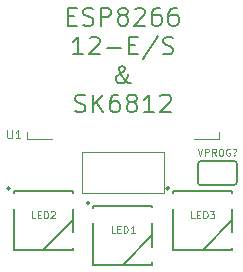
<source format=gto>
G04 #@! TF.FileFunction,Legend,Top*
%FSLAX46Y46*%
G04 Gerber Fmt 4.6, Leading zero omitted, Abs format (unit mm)*
G04 Created by KiCad (PCBNEW 4.0.7-e2-6376~58~ubuntu17.04.1) date Tue Dec 26 12:58:55 2017*
%MOMM*%
%LPD*%
G01*
G04 APERTURE LIST*
%ADD10C,0.100000*%
%ADD11C,0.200000*%
%ADD12C,0.150000*%
%ADD13C,0.152400*%
%ADD14C,0.120000*%
G04 APERTURE END LIST*
D10*
D11*
X151607144Y-111217857D02*
X152107144Y-111217857D01*
X152321430Y-112003571D02*
X151607144Y-112003571D01*
X151607144Y-110503571D01*
X152321430Y-110503571D01*
X152892858Y-111932143D02*
X153107144Y-112003571D01*
X153464287Y-112003571D01*
X153607144Y-111932143D01*
X153678573Y-111860714D01*
X153750001Y-111717857D01*
X153750001Y-111575000D01*
X153678573Y-111432143D01*
X153607144Y-111360714D01*
X153464287Y-111289286D01*
X153178573Y-111217857D01*
X153035715Y-111146429D01*
X152964287Y-111075000D01*
X152892858Y-110932143D01*
X152892858Y-110789286D01*
X152964287Y-110646429D01*
X153035715Y-110575000D01*
X153178573Y-110503571D01*
X153535715Y-110503571D01*
X153750001Y-110575000D01*
X154392858Y-112003571D02*
X154392858Y-110503571D01*
X154964286Y-110503571D01*
X155107144Y-110575000D01*
X155178572Y-110646429D01*
X155250001Y-110789286D01*
X155250001Y-111003571D01*
X155178572Y-111146429D01*
X155107144Y-111217857D01*
X154964286Y-111289286D01*
X154392858Y-111289286D01*
X156107144Y-111146429D02*
X155964286Y-111075000D01*
X155892858Y-111003571D01*
X155821429Y-110860714D01*
X155821429Y-110789286D01*
X155892858Y-110646429D01*
X155964286Y-110575000D01*
X156107144Y-110503571D01*
X156392858Y-110503571D01*
X156535715Y-110575000D01*
X156607144Y-110646429D01*
X156678572Y-110789286D01*
X156678572Y-110860714D01*
X156607144Y-111003571D01*
X156535715Y-111075000D01*
X156392858Y-111146429D01*
X156107144Y-111146429D01*
X155964286Y-111217857D01*
X155892858Y-111289286D01*
X155821429Y-111432143D01*
X155821429Y-111717857D01*
X155892858Y-111860714D01*
X155964286Y-111932143D01*
X156107144Y-112003571D01*
X156392858Y-112003571D01*
X156535715Y-111932143D01*
X156607144Y-111860714D01*
X156678572Y-111717857D01*
X156678572Y-111432143D01*
X156607144Y-111289286D01*
X156535715Y-111217857D01*
X156392858Y-111146429D01*
X157250000Y-110646429D02*
X157321429Y-110575000D01*
X157464286Y-110503571D01*
X157821429Y-110503571D01*
X157964286Y-110575000D01*
X158035715Y-110646429D01*
X158107143Y-110789286D01*
X158107143Y-110932143D01*
X158035715Y-111146429D01*
X157178572Y-112003571D01*
X158107143Y-112003571D01*
X159392857Y-110503571D02*
X159107143Y-110503571D01*
X158964286Y-110575000D01*
X158892857Y-110646429D01*
X158750000Y-110860714D01*
X158678571Y-111146429D01*
X158678571Y-111717857D01*
X158750000Y-111860714D01*
X158821428Y-111932143D01*
X158964286Y-112003571D01*
X159250000Y-112003571D01*
X159392857Y-111932143D01*
X159464286Y-111860714D01*
X159535714Y-111717857D01*
X159535714Y-111360714D01*
X159464286Y-111217857D01*
X159392857Y-111146429D01*
X159250000Y-111075000D01*
X158964286Y-111075000D01*
X158821428Y-111146429D01*
X158750000Y-111217857D01*
X158678571Y-111360714D01*
X160821428Y-110503571D02*
X160535714Y-110503571D01*
X160392857Y-110575000D01*
X160321428Y-110646429D01*
X160178571Y-110860714D01*
X160107142Y-111146429D01*
X160107142Y-111717857D01*
X160178571Y-111860714D01*
X160249999Y-111932143D01*
X160392857Y-112003571D01*
X160678571Y-112003571D01*
X160821428Y-111932143D01*
X160892857Y-111860714D01*
X160964285Y-111717857D01*
X160964285Y-111360714D01*
X160892857Y-111217857D01*
X160821428Y-111146429D01*
X160678571Y-111075000D01*
X160392857Y-111075000D01*
X160249999Y-111146429D01*
X160178571Y-111217857D01*
X160107142Y-111360714D01*
X152857143Y-114453571D02*
X152000000Y-114453571D01*
X152428572Y-114453571D02*
X152428572Y-112953571D01*
X152285715Y-113167857D01*
X152142857Y-113310714D01*
X152000000Y-113382143D01*
X153428571Y-113096429D02*
X153500000Y-113025000D01*
X153642857Y-112953571D01*
X154000000Y-112953571D01*
X154142857Y-113025000D01*
X154214286Y-113096429D01*
X154285714Y-113239286D01*
X154285714Y-113382143D01*
X154214286Y-113596429D01*
X153357143Y-114453571D01*
X154285714Y-114453571D01*
X154928571Y-113882143D02*
X156071428Y-113882143D01*
X156785714Y-113667857D02*
X157285714Y-113667857D01*
X157500000Y-114453571D02*
X156785714Y-114453571D01*
X156785714Y-112953571D01*
X157500000Y-112953571D01*
X159214285Y-112882143D02*
X157928571Y-114810714D01*
X159642857Y-114382143D02*
X159857143Y-114453571D01*
X160214286Y-114453571D01*
X160357143Y-114382143D01*
X160428572Y-114310714D01*
X160500000Y-114167857D01*
X160500000Y-114025000D01*
X160428572Y-113882143D01*
X160357143Y-113810714D01*
X160214286Y-113739286D01*
X159928572Y-113667857D01*
X159785714Y-113596429D01*
X159714286Y-113525000D01*
X159642857Y-113382143D01*
X159642857Y-113239286D01*
X159714286Y-113096429D01*
X159785714Y-113025000D01*
X159928572Y-112953571D01*
X160285714Y-112953571D01*
X160500000Y-113025000D01*
X156892858Y-116903571D02*
X156821429Y-116903571D01*
X156678572Y-116832143D01*
X156464286Y-116617857D01*
X156107143Y-116189286D01*
X155964286Y-115975000D01*
X155892858Y-115760714D01*
X155892858Y-115617857D01*
X155964286Y-115475000D01*
X156107143Y-115403571D01*
X156178572Y-115403571D01*
X156321429Y-115475000D01*
X156392858Y-115617857D01*
X156392858Y-115689286D01*
X156321429Y-115832143D01*
X156250000Y-115903571D01*
X155821429Y-116189286D01*
X155750000Y-116260714D01*
X155678572Y-116403571D01*
X155678572Y-116617857D01*
X155750000Y-116760714D01*
X155821429Y-116832143D01*
X155964286Y-116903571D01*
X156178572Y-116903571D01*
X156321429Y-116832143D01*
X156392858Y-116760714D01*
X156607143Y-116475000D01*
X156678572Y-116260714D01*
X156678572Y-116117857D01*
X152214287Y-119282143D02*
X152428573Y-119353571D01*
X152785716Y-119353571D01*
X152928573Y-119282143D01*
X153000002Y-119210714D01*
X153071430Y-119067857D01*
X153071430Y-118925000D01*
X153000002Y-118782143D01*
X152928573Y-118710714D01*
X152785716Y-118639286D01*
X152500002Y-118567857D01*
X152357144Y-118496429D01*
X152285716Y-118425000D01*
X152214287Y-118282143D01*
X152214287Y-118139286D01*
X152285716Y-117996429D01*
X152357144Y-117925000D01*
X152500002Y-117853571D01*
X152857144Y-117853571D01*
X153071430Y-117925000D01*
X153714287Y-119353571D02*
X153714287Y-117853571D01*
X154571430Y-119353571D02*
X153928573Y-118496429D01*
X154571430Y-117853571D02*
X153714287Y-118710714D01*
X155857144Y-117853571D02*
X155571430Y-117853571D01*
X155428573Y-117925000D01*
X155357144Y-117996429D01*
X155214287Y-118210714D01*
X155142858Y-118496429D01*
X155142858Y-119067857D01*
X155214287Y-119210714D01*
X155285715Y-119282143D01*
X155428573Y-119353571D01*
X155714287Y-119353571D01*
X155857144Y-119282143D01*
X155928573Y-119210714D01*
X156000001Y-119067857D01*
X156000001Y-118710714D01*
X155928573Y-118567857D01*
X155857144Y-118496429D01*
X155714287Y-118425000D01*
X155428573Y-118425000D01*
X155285715Y-118496429D01*
X155214287Y-118567857D01*
X155142858Y-118710714D01*
X156857144Y-118496429D02*
X156714286Y-118425000D01*
X156642858Y-118353571D01*
X156571429Y-118210714D01*
X156571429Y-118139286D01*
X156642858Y-117996429D01*
X156714286Y-117925000D01*
X156857144Y-117853571D01*
X157142858Y-117853571D01*
X157285715Y-117925000D01*
X157357144Y-117996429D01*
X157428572Y-118139286D01*
X157428572Y-118210714D01*
X157357144Y-118353571D01*
X157285715Y-118425000D01*
X157142858Y-118496429D01*
X156857144Y-118496429D01*
X156714286Y-118567857D01*
X156642858Y-118639286D01*
X156571429Y-118782143D01*
X156571429Y-119067857D01*
X156642858Y-119210714D01*
X156714286Y-119282143D01*
X156857144Y-119353571D01*
X157142858Y-119353571D01*
X157285715Y-119282143D01*
X157357144Y-119210714D01*
X157428572Y-119067857D01*
X157428572Y-118782143D01*
X157357144Y-118639286D01*
X157285715Y-118567857D01*
X157142858Y-118496429D01*
X158857143Y-119353571D02*
X158000000Y-119353571D01*
X158428572Y-119353571D02*
X158428572Y-117853571D01*
X158285715Y-118067857D01*
X158142857Y-118210714D01*
X158000000Y-118282143D01*
X159428571Y-117996429D02*
X159500000Y-117925000D01*
X159642857Y-117853571D01*
X160000000Y-117853571D01*
X160142857Y-117925000D01*
X160214286Y-117996429D01*
X160285714Y-118139286D01*
X160285714Y-118282143D01*
X160214286Y-118496429D01*
X159357143Y-119353571D01*
X160285714Y-119353571D01*
D10*
X162578572Y-122421429D02*
X162778572Y-123021429D01*
X162978572Y-122421429D01*
X163178572Y-123021429D02*
X163178572Y-122421429D01*
X163407144Y-122421429D01*
X163464286Y-122450000D01*
X163492858Y-122478571D01*
X163521429Y-122535714D01*
X163521429Y-122621429D01*
X163492858Y-122678571D01*
X163464286Y-122707143D01*
X163407144Y-122735714D01*
X163178572Y-122735714D01*
X164121429Y-123021429D02*
X163921429Y-122735714D01*
X163778572Y-123021429D02*
X163778572Y-122421429D01*
X164007144Y-122421429D01*
X164064286Y-122450000D01*
X164092858Y-122478571D01*
X164121429Y-122535714D01*
X164121429Y-122621429D01*
X164092858Y-122678571D01*
X164064286Y-122707143D01*
X164007144Y-122735714D01*
X163778572Y-122735714D01*
X164492858Y-122421429D02*
X164607144Y-122421429D01*
X164664286Y-122450000D01*
X164721429Y-122507143D01*
X164750001Y-122621429D01*
X164750001Y-122821429D01*
X164721429Y-122935714D01*
X164664286Y-122992857D01*
X164607144Y-123021429D01*
X164492858Y-123021429D01*
X164435715Y-122992857D01*
X164378572Y-122935714D01*
X164350001Y-122821429D01*
X164350001Y-122621429D01*
X164378572Y-122507143D01*
X164435715Y-122450000D01*
X164492858Y-122421429D01*
X165321429Y-122450000D02*
X165264286Y-122421429D01*
X165178572Y-122421429D01*
X165092857Y-122450000D01*
X165035715Y-122507143D01*
X165007143Y-122564286D01*
X164978572Y-122678571D01*
X164978572Y-122764286D01*
X165007143Y-122878571D01*
X165035715Y-122935714D01*
X165092857Y-122992857D01*
X165178572Y-123021429D01*
X165235715Y-123021429D01*
X165321429Y-122992857D01*
X165350000Y-122964286D01*
X165350000Y-122764286D01*
X165235715Y-122764286D01*
X165692857Y-122964286D02*
X165721429Y-122992857D01*
X165692857Y-123021429D01*
X165664286Y-122992857D01*
X165692857Y-122964286D01*
X165692857Y-123021429D01*
X165578572Y-122450000D02*
X165635715Y-122421429D01*
X165778572Y-122421429D01*
X165835715Y-122450000D01*
X165864286Y-122507143D01*
X165864286Y-122564286D01*
X165835715Y-122621429D01*
X165807143Y-122650000D01*
X165750000Y-122678571D01*
X165721429Y-122707143D01*
X165692857Y-122764286D01*
X165692857Y-122792857D01*
D12*
X149500000Y-131000000D02*
X152000000Y-128500000D01*
X147000000Y-126000000D02*
X147000000Y-126200000D01*
X148550000Y-126000000D02*
X147000000Y-126000000D01*
X147000000Y-128200000D02*
X147000000Y-127500000D01*
X152000000Y-126000000D02*
X148500000Y-126000000D01*
X147000000Y-128200000D02*
X147000000Y-130800000D01*
X146691421Y-125800000D02*
G75*
G03X146691421Y-125800000I-141421J0D01*
G01*
X152000000Y-127500000D02*
X152000000Y-129500000D01*
X152000000Y-130800000D02*
X152000000Y-131000000D01*
X152000000Y-131000000D02*
X147000000Y-131000000D01*
X147000000Y-131000000D02*
X147000000Y-130800000D01*
X152000000Y-126000000D02*
X152000000Y-126150000D01*
D13*
X165647000Y-125516000D02*
X162853000Y-125516000D01*
X165901000Y-123738000D02*
G75*
G03X165647000Y-123484000I-254000J0D01*
G01*
X162853000Y-123484000D02*
G75*
G03X162599000Y-123738000I0J-254000D01*
G01*
X162853000Y-125516000D02*
G75*
G02X162599000Y-125262000I0J254000D01*
G01*
X165901000Y-125262000D02*
G75*
G02X165647000Y-125516000I-254000J0D01*
G01*
X165901000Y-125262000D02*
X165901000Y-123738000D01*
X162599000Y-125262000D02*
X162599000Y-123738000D01*
X162853000Y-123484000D02*
X165647000Y-123484000D01*
D12*
X156250000Y-132250000D02*
X158750000Y-129750000D01*
X153750000Y-127250000D02*
X153750000Y-127450000D01*
X155300000Y-127250000D02*
X153750000Y-127250000D01*
X153750000Y-129450000D02*
X153750000Y-128750000D01*
X158750000Y-127250000D02*
X155250000Y-127250000D01*
X153750000Y-129450000D02*
X153750000Y-132050000D01*
X153441421Y-127050000D02*
G75*
G03X153441421Y-127050000I-141421J0D01*
G01*
X158750000Y-128750000D02*
X158750000Y-130750000D01*
X158750000Y-132050000D02*
X158750000Y-132250000D01*
X158750000Y-132250000D02*
X153750000Y-132250000D01*
X153750000Y-132250000D02*
X153750000Y-132050000D01*
X158750000Y-127250000D02*
X158750000Y-127400000D01*
X163000000Y-131000000D02*
X165500000Y-128500000D01*
X160500000Y-126000000D02*
X160500000Y-126200000D01*
X162050000Y-126000000D02*
X160500000Y-126000000D01*
X160500000Y-128200000D02*
X160500000Y-127500000D01*
X165500000Y-126000000D02*
X162000000Y-126000000D01*
X160500000Y-128200000D02*
X160500000Y-130800000D01*
X160191421Y-125800000D02*
G75*
G03X160191421Y-125800000I-141421J0D01*
G01*
X165500000Y-127500000D02*
X165500000Y-129500000D01*
X165500000Y-130800000D02*
X165500000Y-131000000D01*
X165500000Y-131000000D02*
X160500000Y-131000000D01*
X160500000Y-131000000D02*
X160500000Y-130800000D01*
X165500000Y-126000000D02*
X165500000Y-126150000D01*
D14*
X159750000Y-126200000D02*
X159750000Y-122700000D01*
X159750000Y-122700000D02*
X152750000Y-122700000D01*
X152750000Y-122700000D02*
X152750000Y-126200000D01*
X159750000Y-126200000D02*
X152750000Y-126200000D01*
X164370000Y-121000000D02*
X164370000Y-121620000D01*
X164370000Y-121620000D02*
X162250000Y-121620000D01*
X150250000Y-121620000D02*
X148130000Y-121620000D01*
X148130000Y-121620000D02*
X148130000Y-121000000D01*
D10*
X148828571Y-128321429D02*
X148542857Y-128321429D01*
X148542857Y-127721429D01*
X149028571Y-128007143D02*
X149228571Y-128007143D01*
X149314285Y-128321429D02*
X149028571Y-128321429D01*
X149028571Y-127721429D01*
X149314285Y-127721429D01*
X149571428Y-128321429D02*
X149571428Y-127721429D01*
X149714285Y-127721429D01*
X149800000Y-127750000D01*
X149857142Y-127807143D01*
X149885714Y-127864286D01*
X149914285Y-127978571D01*
X149914285Y-128064286D01*
X149885714Y-128178571D01*
X149857142Y-128235714D01*
X149800000Y-128292857D01*
X149714285Y-128321429D01*
X149571428Y-128321429D01*
X150142857Y-127778571D02*
X150171428Y-127750000D01*
X150228571Y-127721429D01*
X150371428Y-127721429D01*
X150428571Y-127750000D01*
X150457142Y-127778571D01*
X150485714Y-127835714D01*
X150485714Y-127892857D01*
X150457142Y-127978571D01*
X150114285Y-128321429D01*
X150485714Y-128321429D01*
X155578571Y-129571429D02*
X155292857Y-129571429D01*
X155292857Y-128971429D01*
X155778571Y-129257143D02*
X155978571Y-129257143D01*
X156064285Y-129571429D02*
X155778571Y-129571429D01*
X155778571Y-128971429D01*
X156064285Y-128971429D01*
X156321428Y-129571429D02*
X156321428Y-128971429D01*
X156464285Y-128971429D01*
X156550000Y-129000000D01*
X156607142Y-129057143D01*
X156635714Y-129114286D01*
X156664285Y-129228571D01*
X156664285Y-129314286D01*
X156635714Y-129428571D01*
X156607142Y-129485714D01*
X156550000Y-129542857D01*
X156464285Y-129571429D01*
X156321428Y-129571429D01*
X157235714Y-129571429D02*
X156892857Y-129571429D01*
X157064285Y-129571429D02*
X157064285Y-128971429D01*
X157007142Y-129057143D01*
X156950000Y-129114286D01*
X156892857Y-129142857D01*
X162328571Y-128321429D02*
X162042857Y-128321429D01*
X162042857Y-127721429D01*
X162528571Y-128007143D02*
X162728571Y-128007143D01*
X162814285Y-128321429D02*
X162528571Y-128321429D01*
X162528571Y-127721429D01*
X162814285Y-127721429D01*
X163071428Y-128321429D02*
X163071428Y-127721429D01*
X163214285Y-127721429D01*
X163300000Y-127750000D01*
X163357142Y-127807143D01*
X163385714Y-127864286D01*
X163414285Y-127978571D01*
X163414285Y-128064286D01*
X163385714Y-128178571D01*
X163357142Y-128235714D01*
X163300000Y-128292857D01*
X163214285Y-128321429D01*
X163071428Y-128321429D01*
X163614285Y-127721429D02*
X163985714Y-127721429D01*
X163785714Y-127950000D01*
X163871428Y-127950000D01*
X163928571Y-127978571D01*
X163957142Y-128007143D01*
X163985714Y-128064286D01*
X163985714Y-128207143D01*
X163957142Y-128264286D01*
X163928571Y-128292857D01*
X163871428Y-128321429D01*
X163700000Y-128321429D01*
X163642857Y-128292857D01*
X163614285Y-128264286D01*
X146466667Y-120866667D02*
X146466667Y-121433333D01*
X146500000Y-121500000D01*
X146533333Y-121533333D01*
X146600000Y-121566667D01*
X146733333Y-121566667D01*
X146800000Y-121533333D01*
X146833333Y-121500000D01*
X146866667Y-121433333D01*
X146866667Y-120866667D01*
X147566666Y-121566667D02*
X147166666Y-121566667D01*
X147366666Y-121566667D02*
X147366666Y-120866667D01*
X147300000Y-120966667D01*
X147233333Y-121033333D01*
X147166666Y-121066667D01*
M02*

</source>
